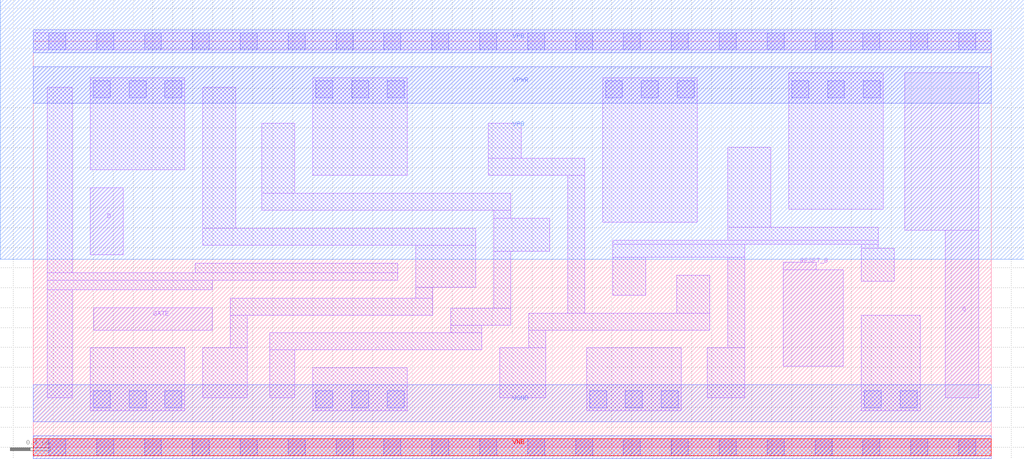
<source format=lef>
# Copyright 2020 The SkyWater PDK Authors
#
# Licensed under the Apache License, Version 2.0 (the "License");
# you may not use this file except in compliance with the License.
# You may obtain a copy of the License at
#
#     https://www.apache.org/licenses/LICENSE-2.0
#
# Unless required by applicable law or agreed to in writing, software
# distributed under the License is distributed on an "AS IS" BASIS,
# WITHOUT WARRANTIES OR CONDITIONS OF ANY KIND, either express or implied.
# See the License for the specific language governing permissions and
# limitations under the License.
#
# SPDX-License-Identifier: Apache-2.0

VERSION 5.7 ;
  NOWIREEXTENSIONATPIN ON ;
  DIVIDERCHAR "/" ;
  BUSBITCHARS "[]" ;
MACRO sky130_fd_sc_hvl__dlrtp_1
  CLASS CORE ;
  FOREIGN sky130_fd_sc_hvl__dlrtp_1 ;
  ORIGIN  0.000000  0.000000 ;
  SIZE  9.600000 BY  4.070000 ;
  SYMMETRY X Y ;
  SITE unithv ;
  PIN D
    ANTENNAGATEAREA  0.585000 ;
    DIRECTION INPUT ;
    USE SIGNAL ;
    PORT
      LAYER li1 ;
        RECT 0.570000 1.930000 0.900000 2.600000 ;
    END
  END D
  PIN Q
    ANTENNADIFFAREA  0.641250 ;
    DIRECTION OUTPUT ;
    USE SIGNAL ;
    PORT
      LAYER li1 ;
        RECT 8.735000 2.175000 9.475000 3.755000 ;
        RECT 9.140000 0.495000 9.475000 2.175000 ;
    END
  END Q
  PIN RESET_B
    ANTENNAGATEAREA  0.585000 ;
    DIRECTION INPUT ;
    USE SIGNAL ;
    PORT
      LAYER li1 ;
        RECT 7.515000 0.810000 8.120000 1.780000 ;
        RECT 7.515000 1.780000 7.845000 1.855000 ;
    END
  END RESET_B
  PIN GATE
    ANTENNAGATEAREA  0.585000 ;
    DIRECTION INPUT ;
    USE CLOCK ;
    PORT
      LAYER li1 ;
        RECT 0.605000 1.175000 1.795000 1.400000 ;
    END
  END GATE
  PIN VGND
    DIRECTION INOUT ;
    USE GROUND ;
    PORT
      LAYER met1 ;
        RECT 0.000000 0.255000 9.600000 0.625000 ;
    END
  END VGND
  PIN VNB
    DIRECTION INOUT ;
    USE GROUND ;
    PORT
      LAYER met1 ;
        RECT 0.000000 -0.115000 9.600000 0.115000 ;
      LAYER pwell ;
        RECT 0.000000 -0.085000 9.600000 0.085000 ;
    END
  END VNB
  PIN VPB
    DIRECTION INOUT ;
    USE POWER ;
    PORT
      LAYER met1 ;
        RECT 0.000000 3.955000 9.600000 4.185000 ;
      LAYER nwell ;
        RECT -0.330000 1.885000 9.930000 4.485000 ;
    END
  END VPB
  PIN VPWR
    DIRECTION INOUT ;
    USE POWER ;
    PORT
      LAYER met1 ;
        RECT 0.000000 3.445000 9.600000 3.815000 ;
    END
  END VPWR
  OBS
    LAYER li1 ;
      RECT 0.000000 -0.085000 9.600000 0.085000 ;
      RECT 0.000000  3.985000 9.600000 4.155000 ;
      RECT 0.140000  0.495000 0.390000 1.580000 ;
      RECT 0.140000  1.580000 1.795000 1.675000 ;
      RECT 0.140000  1.675000 3.655000 1.750000 ;
      RECT 0.140000  1.750000 0.390000 3.610000 ;
      RECT 0.570000  0.365000 1.520000 0.995000 ;
      RECT 0.570000  2.780000 1.520000 3.705000 ;
      RECT 1.625000  1.750000 3.655000 1.845000 ;
      RECT 1.700000  0.495000 2.145000 0.995000 ;
      RECT 1.700000  2.025000 4.435000 2.195000 ;
      RECT 1.700000  2.195000 2.030000 3.610000 ;
      RECT 1.975000  0.995000 2.145000 1.325000 ;
      RECT 1.975000  1.325000 4.005000 1.495000 ;
      RECT 2.290000  2.375000 4.785000 2.545000 ;
      RECT 2.290000  2.545000 2.620000 3.245000 ;
      RECT 2.370000  0.495000 2.620000 0.975000 ;
      RECT 2.370000  0.975000 4.495000 1.145000 ;
      RECT 2.800000  0.365000 3.750000 0.795000 ;
      RECT 2.800000  2.725000 3.750000 3.705000 ;
      RECT 3.835000  1.495000 4.005000 1.605000 ;
      RECT 3.835000  1.605000 4.435000 2.025000 ;
      RECT 4.185000  1.145000 4.495000 1.225000 ;
      RECT 4.185000  1.225000 4.785000 1.395000 ;
      RECT 4.560000  2.725000 5.525000 2.895000 ;
      RECT 4.560000  2.895000 4.890000 3.245000 ;
      RECT 4.615000  1.395000 4.785000 1.965000 ;
      RECT 4.615000  1.965000 5.175000 2.295000 ;
      RECT 4.615000  2.295000 4.785000 2.375000 ;
      RECT 4.675000  0.495000 5.135000 0.995000 ;
      RECT 4.965000  0.995000 5.135000 1.175000 ;
      RECT 4.965000  1.175000 6.780000 1.345000 ;
      RECT 5.355000  1.345000 5.525000 2.725000 ;
      RECT 5.545000  0.365000 6.495000 0.995000 ;
      RECT 5.705000  2.255000 6.655000 3.705000 ;
      RECT 5.810000  1.525000 6.140000 1.905000 ;
      RECT 5.810000  1.905000 7.130000 2.035000 ;
      RECT 5.810000  2.035000 8.470000 2.075000 ;
      RECT 6.450000  1.345000 6.780000 1.725000 ;
      RECT 6.755000  0.495000 7.130000 0.995000 ;
      RECT 6.960000  0.995000 7.130000 1.905000 ;
      RECT 6.960000  2.075000 8.470000 2.205000 ;
      RECT 6.960000  2.205000 7.390000 3.005000 ;
      RECT 7.570000  2.385000 8.520000 3.755000 ;
      RECT 8.300000  0.365000 8.890000 1.325000 ;
      RECT 8.300000  1.665000 8.630000 1.995000 ;
      RECT 8.300000  1.995000 8.470000 2.035000 ;
    LAYER mcon ;
      RECT 0.155000 -0.085000 0.325000 0.085000 ;
      RECT 0.155000  3.985000 0.325000 4.155000 ;
      RECT 0.600000  0.395000 0.770000 0.565000 ;
      RECT 0.600000  3.505000 0.770000 3.675000 ;
      RECT 0.635000 -0.085000 0.805000 0.085000 ;
      RECT 0.635000  3.985000 0.805000 4.155000 ;
      RECT 0.960000  0.395000 1.130000 0.565000 ;
      RECT 0.960000  3.505000 1.130000 3.675000 ;
      RECT 1.115000 -0.085000 1.285000 0.085000 ;
      RECT 1.115000  3.985000 1.285000 4.155000 ;
      RECT 1.320000  0.395000 1.490000 0.565000 ;
      RECT 1.320000  3.505000 1.490000 3.675000 ;
      RECT 1.595000 -0.085000 1.765000 0.085000 ;
      RECT 1.595000  3.985000 1.765000 4.155000 ;
      RECT 2.075000 -0.085000 2.245000 0.085000 ;
      RECT 2.075000  3.985000 2.245000 4.155000 ;
      RECT 2.555000 -0.085000 2.725000 0.085000 ;
      RECT 2.555000  3.985000 2.725000 4.155000 ;
      RECT 2.830000  0.395000 3.000000 0.565000 ;
      RECT 2.830000  3.505000 3.000000 3.675000 ;
      RECT 3.035000 -0.085000 3.205000 0.085000 ;
      RECT 3.035000  3.985000 3.205000 4.155000 ;
      RECT 3.190000  0.395000 3.360000 0.565000 ;
      RECT 3.190000  3.505000 3.360000 3.675000 ;
      RECT 3.515000 -0.085000 3.685000 0.085000 ;
      RECT 3.515000  3.985000 3.685000 4.155000 ;
      RECT 3.550000  0.395000 3.720000 0.565000 ;
      RECT 3.550000  3.505000 3.720000 3.675000 ;
      RECT 3.995000 -0.085000 4.165000 0.085000 ;
      RECT 3.995000  3.985000 4.165000 4.155000 ;
      RECT 4.475000 -0.085000 4.645000 0.085000 ;
      RECT 4.475000  3.985000 4.645000 4.155000 ;
      RECT 4.955000 -0.085000 5.125000 0.085000 ;
      RECT 4.955000  3.985000 5.125000 4.155000 ;
      RECT 5.435000 -0.085000 5.605000 0.085000 ;
      RECT 5.435000  3.985000 5.605000 4.155000 ;
      RECT 5.575000  0.395000 5.745000 0.565000 ;
      RECT 5.735000  3.505000 5.905000 3.675000 ;
      RECT 5.915000 -0.085000 6.085000 0.085000 ;
      RECT 5.915000  3.985000 6.085000 4.155000 ;
      RECT 5.935000  0.395000 6.105000 0.565000 ;
      RECT 6.095000  3.505000 6.265000 3.675000 ;
      RECT 6.295000  0.395000 6.465000 0.565000 ;
      RECT 6.395000 -0.085000 6.565000 0.085000 ;
      RECT 6.395000  3.985000 6.565000 4.155000 ;
      RECT 6.455000  3.505000 6.625000 3.675000 ;
      RECT 6.875000 -0.085000 7.045000 0.085000 ;
      RECT 6.875000  3.985000 7.045000 4.155000 ;
      RECT 7.355000 -0.085000 7.525000 0.085000 ;
      RECT 7.355000  3.985000 7.525000 4.155000 ;
      RECT 7.600000  3.505000 7.770000 3.675000 ;
      RECT 7.835000 -0.085000 8.005000 0.085000 ;
      RECT 7.835000  3.985000 8.005000 4.155000 ;
      RECT 7.960000  3.505000 8.130000 3.675000 ;
      RECT 8.315000 -0.085000 8.485000 0.085000 ;
      RECT 8.315000  3.985000 8.485000 4.155000 ;
      RECT 8.320000  3.505000 8.490000 3.675000 ;
      RECT 8.330000  0.395000 8.500000 0.565000 ;
      RECT 8.690000  0.395000 8.860000 0.565000 ;
      RECT 8.795000 -0.085000 8.965000 0.085000 ;
      RECT 8.795000  3.985000 8.965000 4.155000 ;
      RECT 9.275000 -0.085000 9.445000 0.085000 ;
      RECT 9.275000  3.985000 9.445000 4.155000 ;
  END
END sky130_fd_sc_hvl__dlrtp_1
END LIBRARY

</source>
